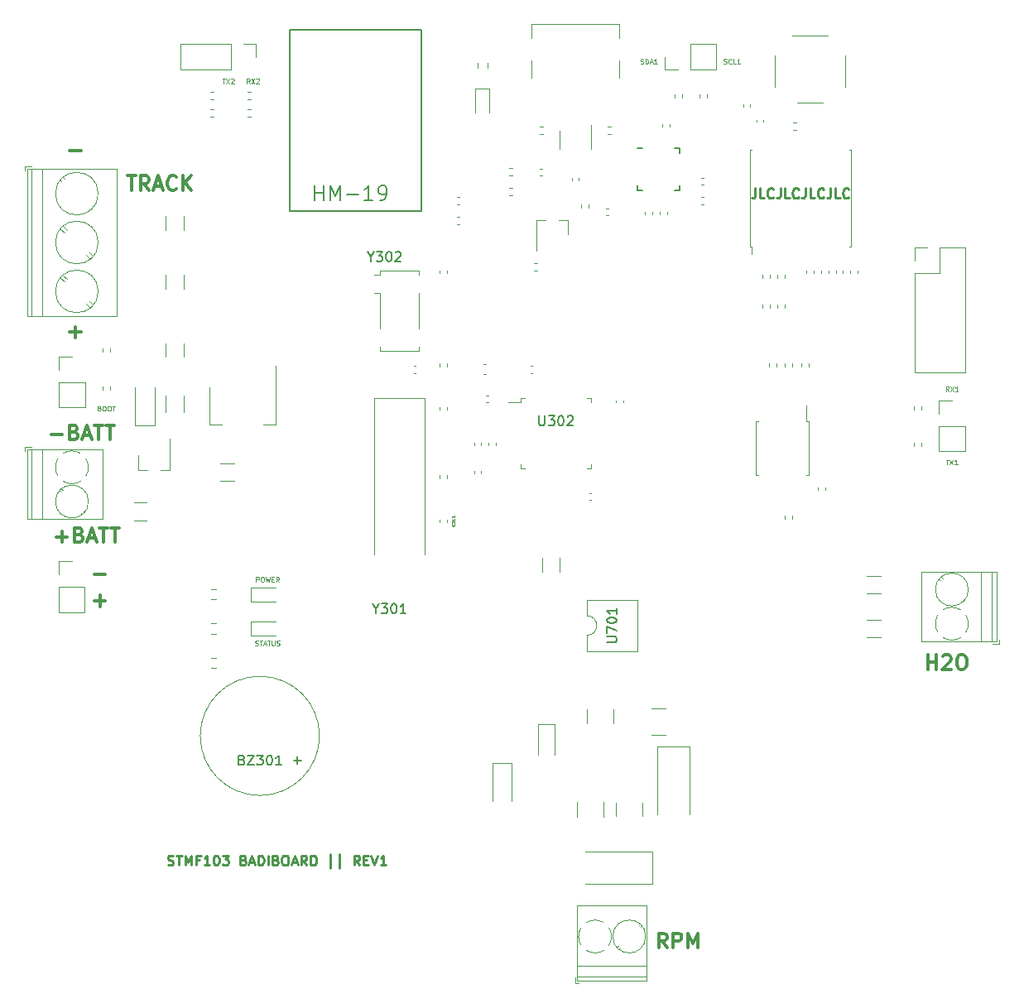
<source format=gbr>
G04 #@! TF.GenerationSoftware,KiCad,Pcbnew,(5.1.9)-1*
G04 #@! TF.CreationDate,2022-01-19T09:07:22+01:00*
G04 #@! TF.ProjectId,STM32F103C8T6,53544d33-3246-4313-9033-433854362e6b,rev?*
G04 #@! TF.SameCoordinates,Original*
G04 #@! TF.FileFunction,Legend,Top*
G04 #@! TF.FilePolarity,Positive*
%FSLAX46Y46*%
G04 Gerber Fmt 4.6, Leading zero omitted, Abs format (unit mm)*
G04 Created by KiCad (PCBNEW (5.1.9)-1) date 2022-01-19 09:07:22*
%MOMM*%
%LPD*%
G01*
G04 APERTURE LIST*
%ADD10C,0.250000*%
%ADD11C,0.125000*%
%ADD12C,0.300000*%
%ADD13C,0.120000*%
%ADD14C,0.150000*%
%ADD15C,0.075000*%
G04 APERTURE END LIST*
D10*
X84808333Y-117654761D02*
X84951190Y-117702380D01*
X85189285Y-117702380D01*
X85284523Y-117654761D01*
X85332142Y-117607142D01*
X85379761Y-117511904D01*
X85379761Y-117416666D01*
X85332142Y-117321428D01*
X85284523Y-117273809D01*
X85189285Y-117226190D01*
X84998809Y-117178571D01*
X84903571Y-117130952D01*
X84855952Y-117083333D01*
X84808333Y-116988095D01*
X84808333Y-116892857D01*
X84855952Y-116797619D01*
X84903571Y-116750000D01*
X84998809Y-116702380D01*
X85236904Y-116702380D01*
X85379761Y-116750000D01*
X85665476Y-116702380D02*
X86236904Y-116702380D01*
X85951190Y-117702380D02*
X85951190Y-116702380D01*
X86570238Y-117702380D02*
X86570238Y-116702380D01*
X86903571Y-117416666D01*
X87236904Y-116702380D01*
X87236904Y-117702380D01*
X88046428Y-117178571D02*
X87713095Y-117178571D01*
X87713095Y-117702380D02*
X87713095Y-116702380D01*
X88189285Y-116702380D01*
X89094047Y-117702380D02*
X88522619Y-117702380D01*
X88808333Y-117702380D02*
X88808333Y-116702380D01*
X88713095Y-116845238D01*
X88617857Y-116940476D01*
X88522619Y-116988095D01*
X89713095Y-116702380D02*
X89808333Y-116702380D01*
X89903571Y-116750000D01*
X89951190Y-116797619D01*
X89998809Y-116892857D01*
X90046428Y-117083333D01*
X90046428Y-117321428D01*
X89998809Y-117511904D01*
X89951190Y-117607142D01*
X89903571Y-117654761D01*
X89808333Y-117702380D01*
X89713095Y-117702380D01*
X89617857Y-117654761D01*
X89570238Y-117607142D01*
X89522619Y-117511904D01*
X89474999Y-117321428D01*
X89474999Y-117083333D01*
X89522619Y-116892857D01*
X89570238Y-116797619D01*
X89617857Y-116750000D01*
X89713095Y-116702380D01*
X90379761Y-116702380D02*
X90998809Y-116702380D01*
X90665476Y-117083333D01*
X90808333Y-117083333D01*
X90903571Y-117130952D01*
X90951190Y-117178571D01*
X90998809Y-117273809D01*
X90998809Y-117511904D01*
X90951190Y-117607142D01*
X90903571Y-117654761D01*
X90808333Y-117702380D01*
X90522619Y-117702380D01*
X90427380Y-117654761D01*
X90379761Y-117607142D01*
X92522619Y-117178571D02*
X92665476Y-117226190D01*
X92713095Y-117273809D01*
X92760714Y-117369047D01*
X92760714Y-117511904D01*
X92713095Y-117607142D01*
X92665476Y-117654761D01*
X92570238Y-117702380D01*
X92189285Y-117702380D01*
X92189285Y-116702380D01*
X92522619Y-116702380D01*
X92617857Y-116750000D01*
X92665476Y-116797619D01*
X92713095Y-116892857D01*
X92713095Y-116988095D01*
X92665476Y-117083333D01*
X92617857Y-117130952D01*
X92522619Y-117178571D01*
X92189285Y-117178571D01*
X93141666Y-117416666D02*
X93617857Y-117416666D01*
X93046428Y-117702380D02*
X93379761Y-116702380D01*
X93713095Y-117702380D01*
X94046428Y-117702380D02*
X94046428Y-116702380D01*
X94284523Y-116702380D01*
X94427380Y-116750000D01*
X94522619Y-116845238D01*
X94570238Y-116940476D01*
X94617857Y-117130952D01*
X94617857Y-117273809D01*
X94570238Y-117464285D01*
X94522619Y-117559523D01*
X94427380Y-117654761D01*
X94284523Y-117702380D01*
X94046428Y-117702380D01*
X95046428Y-117702380D02*
X95046428Y-116702380D01*
X95855952Y-117178571D02*
X95998809Y-117226190D01*
X96046428Y-117273809D01*
X96094047Y-117369047D01*
X96094047Y-117511904D01*
X96046428Y-117607142D01*
X95998809Y-117654761D01*
X95903571Y-117702380D01*
X95522619Y-117702380D01*
X95522619Y-116702380D01*
X95855952Y-116702380D01*
X95951190Y-116750000D01*
X95998809Y-116797619D01*
X96046428Y-116892857D01*
X96046428Y-116988095D01*
X95998809Y-117083333D01*
X95951190Y-117130952D01*
X95855952Y-117178571D01*
X95522619Y-117178571D01*
X96713095Y-116702380D02*
X96903571Y-116702380D01*
X96998809Y-116750000D01*
X97094047Y-116845238D01*
X97141666Y-117035714D01*
X97141666Y-117369047D01*
X97094047Y-117559523D01*
X96998809Y-117654761D01*
X96903571Y-117702380D01*
X96713095Y-117702380D01*
X96617857Y-117654761D01*
X96522619Y-117559523D01*
X96474999Y-117369047D01*
X96474999Y-117035714D01*
X96522619Y-116845238D01*
X96617857Y-116750000D01*
X96713095Y-116702380D01*
X97522619Y-117416666D02*
X97998809Y-117416666D01*
X97427380Y-117702380D02*
X97760714Y-116702380D01*
X98094047Y-117702380D01*
X98998809Y-117702380D02*
X98665476Y-117226190D01*
X98427380Y-117702380D02*
X98427380Y-116702380D01*
X98808333Y-116702380D01*
X98903571Y-116750000D01*
X98951190Y-116797619D01*
X98998809Y-116892857D01*
X98998809Y-117035714D01*
X98951190Y-117130952D01*
X98903571Y-117178571D01*
X98808333Y-117226190D01*
X98427380Y-117226190D01*
X99427380Y-117702380D02*
X99427380Y-116702380D01*
X99665476Y-116702380D01*
X99808333Y-116750000D01*
X99903571Y-116845238D01*
X99951190Y-116940476D01*
X99998809Y-117130952D01*
X99998809Y-117273809D01*
X99951190Y-117464285D01*
X99903571Y-117559523D01*
X99808333Y-117654761D01*
X99665476Y-117702380D01*
X99427380Y-117702380D01*
X101427380Y-118035714D02*
X101427380Y-116607142D01*
X102379761Y-118035714D02*
X102379761Y-116607142D01*
X104427380Y-117702380D02*
X104094047Y-117226190D01*
X103855952Y-117702380D02*
X103855952Y-116702380D01*
X104236904Y-116702380D01*
X104332142Y-116750000D01*
X104379761Y-116797619D01*
X104427380Y-116892857D01*
X104427380Y-117035714D01*
X104379761Y-117130952D01*
X104332142Y-117178571D01*
X104236904Y-117226190D01*
X103855952Y-117226190D01*
X104855952Y-117178571D02*
X105189285Y-117178571D01*
X105332142Y-117702380D02*
X104855952Y-117702380D01*
X104855952Y-116702380D01*
X105332142Y-116702380D01*
X105617857Y-116702380D02*
X105951190Y-117702380D01*
X106284523Y-116702380D01*
X107141666Y-117702380D02*
X106570238Y-117702380D01*
X106855952Y-117702380D02*
X106855952Y-116702380D01*
X106760714Y-116845238D01*
X106665476Y-116940476D01*
X106570238Y-116988095D01*
X144880952Y-48452380D02*
X144880952Y-49166666D01*
X144833333Y-49309523D01*
X144738095Y-49404761D01*
X144595238Y-49452380D01*
X144500000Y-49452380D01*
X145833333Y-49452380D02*
X145357142Y-49452380D01*
X145357142Y-48452380D01*
X146738095Y-49357142D02*
X146690476Y-49404761D01*
X146547619Y-49452380D01*
X146452380Y-49452380D01*
X146309523Y-49404761D01*
X146214285Y-49309523D01*
X146166666Y-49214285D01*
X146119047Y-49023809D01*
X146119047Y-48880952D01*
X146166666Y-48690476D01*
X146214285Y-48595238D01*
X146309523Y-48500000D01*
X146452380Y-48452380D01*
X146547619Y-48452380D01*
X146690476Y-48500000D01*
X146738095Y-48547619D01*
X147452380Y-48452380D02*
X147452380Y-49166666D01*
X147404761Y-49309523D01*
X147309523Y-49404761D01*
X147166666Y-49452380D01*
X147071428Y-49452380D01*
X148404761Y-49452380D02*
X147928571Y-49452380D01*
X147928571Y-48452380D01*
X149309523Y-49357142D02*
X149261904Y-49404761D01*
X149119047Y-49452380D01*
X149023809Y-49452380D01*
X148880952Y-49404761D01*
X148785714Y-49309523D01*
X148738095Y-49214285D01*
X148690476Y-49023809D01*
X148690476Y-48880952D01*
X148738095Y-48690476D01*
X148785714Y-48595238D01*
X148880952Y-48500000D01*
X149023809Y-48452380D01*
X149119047Y-48452380D01*
X149261904Y-48500000D01*
X149309523Y-48547619D01*
X150023809Y-48452380D02*
X150023809Y-49166666D01*
X149976190Y-49309523D01*
X149880952Y-49404761D01*
X149738095Y-49452380D01*
X149642857Y-49452380D01*
X150976190Y-49452380D02*
X150500000Y-49452380D01*
X150500000Y-48452380D01*
X151880952Y-49357142D02*
X151833333Y-49404761D01*
X151690476Y-49452380D01*
X151595238Y-49452380D01*
X151452380Y-49404761D01*
X151357142Y-49309523D01*
X151309523Y-49214285D01*
X151261904Y-49023809D01*
X151261904Y-48880952D01*
X151309523Y-48690476D01*
X151357142Y-48595238D01*
X151452380Y-48500000D01*
X151595238Y-48452380D01*
X151690476Y-48452380D01*
X151833333Y-48500000D01*
X151880952Y-48547619D01*
X152595238Y-48452380D02*
X152595238Y-49166666D01*
X152547619Y-49309523D01*
X152452380Y-49404761D01*
X152309523Y-49452380D01*
X152214285Y-49452380D01*
X153547619Y-49452380D02*
X153071428Y-49452380D01*
X153071428Y-48452380D01*
X154452380Y-49357142D02*
X154404761Y-49404761D01*
X154261904Y-49452380D01*
X154166666Y-49452380D01*
X154023809Y-49404761D01*
X153928571Y-49309523D01*
X153880952Y-49214285D01*
X153833333Y-49023809D01*
X153833333Y-48880952D01*
X153880952Y-48690476D01*
X153928571Y-48595238D01*
X154023809Y-48500000D01*
X154166666Y-48452380D01*
X154261904Y-48452380D01*
X154404761Y-48500000D01*
X154452380Y-48547619D01*
D11*
X93845238Y-88726190D02*
X93845238Y-88226190D01*
X94035714Y-88226190D01*
X94083333Y-88250000D01*
X94107142Y-88273809D01*
X94130952Y-88321428D01*
X94130952Y-88392857D01*
X94107142Y-88440476D01*
X94083333Y-88464285D01*
X94035714Y-88488095D01*
X93845238Y-88488095D01*
X94440476Y-88226190D02*
X94535714Y-88226190D01*
X94583333Y-88250000D01*
X94630952Y-88297619D01*
X94654761Y-88392857D01*
X94654761Y-88559523D01*
X94630952Y-88654761D01*
X94583333Y-88702380D01*
X94535714Y-88726190D01*
X94440476Y-88726190D01*
X94392857Y-88702380D01*
X94345238Y-88654761D01*
X94321428Y-88559523D01*
X94321428Y-88392857D01*
X94345238Y-88297619D01*
X94392857Y-88250000D01*
X94440476Y-88226190D01*
X94821428Y-88226190D02*
X94940476Y-88726190D01*
X95035714Y-88369047D01*
X95130952Y-88726190D01*
X95250000Y-88226190D01*
X95440476Y-88464285D02*
X95607142Y-88464285D01*
X95678571Y-88726190D02*
X95440476Y-88726190D01*
X95440476Y-88226190D01*
X95678571Y-88226190D01*
X96178571Y-88726190D02*
X96011904Y-88488095D01*
X95892857Y-88726190D02*
X95892857Y-88226190D01*
X96083333Y-88226190D01*
X96130952Y-88250000D01*
X96154761Y-88273809D01*
X96178571Y-88321428D01*
X96178571Y-88392857D01*
X96154761Y-88440476D01*
X96130952Y-88464285D01*
X96083333Y-88488095D01*
X95892857Y-88488095D01*
X93761904Y-95202380D02*
X93833333Y-95226190D01*
X93952380Y-95226190D01*
X94000000Y-95202380D01*
X94023809Y-95178571D01*
X94047619Y-95130952D01*
X94047619Y-95083333D01*
X94023809Y-95035714D01*
X94000000Y-95011904D01*
X93952380Y-94988095D01*
X93857142Y-94964285D01*
X93809523Y-94940476D01*
X93785714Y-94916666D01*
X93761904Y-94869047D01*
X93761904Y-94821428D01*
X93785714Y-94773809D01*
X93809523Y-94750000D01*
X93857142Y-94726190D01*
X93976190Y-94726190D01*
X94047619Y-94750000D01*
X94190476Y-94726190D02*
X94476190Y-94726190D01*
X94333333Y-95226190D02*
X94333333Y-94726190D01*
X94619047Y-95083333D02*
X94857142Y-95083333D01*
X94571428Y-95226190D02*
X94738095Y-94726190D01*
X94904761Y-95226190D01*
X95000000Y-94726190D02*
X95285714Y-94726190D01*
X95142857Y-95226190D02*
X95142857Y-94726190D01*
X95452380Y-94726190D02*
X95452380Y-95130952D01*
X95476190Y-95178571D01*
X95500000Y-95202380D01*
X95547619Y-95226190D01*
X95642857Y-95226190D01*
X95690476Y-95202380D01*
X95714285Y-95178571D01*
X95738095Y-95130952D01*
X95738095Y-94726190D01*
X95952380Y-95202380D02*
X96023809Y-95226190D01*
X96142857Y-95226190D01*
X96190476Y-95202380D01*
X96214285Y-95178571D01*
X96238095Y-95130952D01*
X96238095Y-95083333D01*
X96214285Y-95035714D01*
X96190476Y-95011904D01*
X96142857Y-94988095D01*
X96047619Y-94964285D01*
X96000000Y-94940476D01*
X95976190Y-94916666D01*
X95952380Y-94869047D01*
X95952380Y-94821428D01*
X95976190Y-94773809D01*
X96000000Y-94750000D01*
X96047619Y-94726190D01*
X96166666Y-94726190D01*
X96238095Y-94750000D01*
X164678571Y-69226190D02*
X164511904Y-68988095D01*
X164392857Y-69226190D02*
X164392857Y-68726190D01*
X164583333Y-68726190D01*
X164630952Y-68750000D01*
X164654761Y-68773809D01*
X164678571Y-68821428D01*
X164678571Y-68892857D01*
X164654761Y-68940476D01*
X164630952Y-68964285D01*
X164583333Y-68988095D01*
X164392857Y-68988095D01*
X164845238Y-68726190D02*
X165178571Y-69226190D01*
X165178571Y-68726190D02*
X164845238Y-69226190D01*
X165630952Y-69226190D02*
X165345238Y-69226190D01*
X165488095Y-69226190D02*
X165488095Y-68726190D01*
X165440476Y-68797619D01*
X165392857Y-68845238D01*
X165345238Y-68869047D01*
X164380952Y-76226190D02*
X164666666Y-76226190D01*
X164523809Y-76726190D02*
X164523809Y-76226190D01*
X164785714Y-76226190D02*
X165119047Y-76726190D01*
X165119047Y-76226190D02*
X164785714Y-76726190D01*
X165571428Y-76726190D02*
X165285714Y-76726190D01*
X165428571Y-76726190D02*
X165428571Y-76226190D01*
X165380952Y-76297619D01*
X165333333Y-76345238D01*
X165285714Y-76369047D01*
X133154761Y-35702380D02*
X133226190Y-35726190D01*
X133345238Y-35726190D01*
X133392857Y-35702380D01*
X133416666Y-35678571D01*
X133440476Y-35630952D01*
X133440476Y-35583333D01*
X133416666Y-35535714D01*
X133392857Y-35511904D01*
X133345238Y-35488095D01*
X133250000Y-35464285D01*
X133202380Y-35440476D01*
X133178571Y-35416666D01*
X133154761Y-35369047D01*
X133154761Y-35321428D01*
X133178571Y-35273809D01*
X133202380Y-35250000D01*
X133250000Y-35226190D01*
X133369047Y-35226190D01*
X133440476Y-35250000D01*
X133654761Y-35726190D02*
X133654761Y-35226190D01*
X133773809Y-35226190D01*
X133845238Y-35250000D01*
X133892857Y-35297619D01*
X133916666Y-35345238D01*
X133940476Y-35440476D01*
X133940476Y-35511904D01*
X133916666Y-35607142D01*
X133892857Y-35654761D01*
X133845238Y-35702380D01*
X133773809Y-35726190D01*
X133654761Y-35726190D01*
X134130952Y-35583333D02*
X134369047Y-35583333D01*
X134083333Y-35726190D02*
X134250000Y-35226190D01*
X134416666Y-35726190D01*
X134845238Y-35726190D02*
X134559523Y-35726190D01*
X134702380Y-35726190D02*
X134702380Y-35226190D01*
X134654761Y-35297619D01*
X134607142Y-35345238D01*
X134559523Y-35369047D01*
X141666666Y-35702380D02*
X141738095Y-35726190D01*
X141857142Y-35726190D01*
X141904761Y-35702380D01*
X141928571Y-35678571D01*
X141952380Y-35630952D01*
X141952380Y-35583333D01*
X141928571Y-35535714D01*
X141904761Y-35511904D01*
X141857142Y-35488095D01*
X141761904Y-35464285D01*
X141714285Y-35440476D01*
X141690476Y-35416666D01*
X141666666Y-35369047D01*
X141666666Y-35321428D01*
X141690476Y-35273809D01*
X141714285Y-35250000D01*
X141761904Y-35226190D01*
X141880952Y-35226190D01*
X141952380Y-35250000D01*
X142452380Y-35678571D02*
X142428571Y-35702380D01*
X142357142Y-35726190D01*
X142309523Y-35726190D01*
X142238095Y-35702380D01*
X142190476Y-35654761D01*
X142166666Y-35607142D01*
X142142857Y-35511904D01*
X142142857Y-35440476D01*
X142166666Y-35345238D01*
X142190476Y-35297619D01*
X142238095Y-35250000D01*
X142309523Y-35226190D01*
X142357142Y-35226190D01*
X142428571Y-35250000D01*
X142452380Y-35273809D01*
X142904761Y-35726190D02*
X142666666Y-35726190D01*
X142666666Y-35226190D01*
X143333333Y-35726190D02*
X143047619Y-35726190D01*
X143190476Y-35726190D02*
X143190476Y-35226190D01*
X143142857Y-35297619D01*
X143095238Y-35345238D01*
X143047619Y-35369047D01*
X90380952Y-37226190D02*
X90666666Y-37226190D01*
X90523809Y-37726190D02*
X90523809Y-37226190D01*
X90785714Y-37226190D02*
X91119047Y-37726190D01*
X91119047Y-37226190D02*
X90785714Y-37726190D01*
X91285714Y-37273809D02*
X91309523Y-37250000D01*
X91357142Y-37226190D01*
X91476190Y-37226190D01*
X91523809Y-37250000D01*
X91547619Y-37273809D01*
X91571428Y-37321428D01*
X91571428Y-37369047D01*
X91547619Y-37440476D01*
X91261904Y-37726190D01*
X91571428Y-37726190D01*
X93178571Y-37726190D02*
X93011904Y-37488095D01*
X92892857Y-37726190D02*
X92892857Y-37226190D01*
X93083333Y-37226190D01*
X93130952Y-37250000D01*
X93154761Y-37273809D01*
X93178571Y-37321428D01*
X93178571Y-37392857D01*
X93154761Y-37440476D01*
X93130952Y-37464285D01*
X93083333Y-37488095D01*
X92892857Y-37488095D01*
X93345238Y-37226190D02*
X93678571Y-37726190D01*
X93678571Y-37226190D02*
X93345238Y-37726190D01*
X93845238Y-37273809D02*
X93869047Y-37250000D01*
X93916666Y-37226190D01*
X94035714Y-37226190D01*
X94083333Y-37250000D01*
X94107142Y-37273809D01*
X94130952Y-37321428D01*
X94130952Y-37369047D01*
X94107142Y-37440476D01*
X93821428Y-37726190D01*
X94130952Y-37726190D01*
D12*
X135857142Y-126178571D02*
X135357142Y-125464285D01*
X135000000Y-126178571D02*
X135000000Y-124678571D01*
X135571428Y-124678571D01*
X135714285Y-124750000D01*
X135785714Y-124821428D01*
X135857142Y-124964285D01*
X135857142Y-125178571D01*
X135785714Y-125321428D01*
X135714285Y-125392857D01*
X135571428Y-125464285D01*
X135000000Y-125464285D01*
X136500000Y-126178571D02*
X136500000Y-124678571D01*
X137071428Y-124678571D01*
X137214285Y-124750000D01*
X137285714Y-124821428D01*
X137357142Y-124964285D01*
X137357142Y-125178571D01*
X137285714Y-125321428D01*
X137214285Y-125392857D01*
X137071428Y-125464285D01*
X136500000Y-125464285D01*
X138000000Y-126178571D02*
X138000000Y-124678571D01*
X138500000Y-125750000D01*
X139000000Y-124678571D01*
X139000000Y-126178571D01*
X162571428Y-97678571D02*
X162571428Y-96178571D01*
X162571428Y-96892857D02*
X163428571Y-96892857D01*
X163428571Y-97678571D02*
X163428571Y-96178571D01*
X164071428Y-96321428D02*
X164142857Y-96250000D01*
X164285714Y-96178571D01*
X164642857Y-96178571D01*
X164785714Y-96250000D01*
X164857142Y-96321428D01*
X164928571Y-96464285D01*
X164928571Y-96607142D01*
X164857142Y-96821428D01*
X164000000Y-97678571D01*
X164928571Y-97678571D01*
X165857142Y-96178571D02*
X166142857Y-96178571D01*
X166285714Y-96250000D01*
X166428571Y-96392857D01*
X166500000Y-96678571D01*
X166500000Y-97178571D01*
X166428571Y-97464285D01*
X166285714Y-97607142D01*
X166142857Y-97678571D01*
X165857142Y-97678571D01*
X165714285Y-97607142D01*
X165571428Y-97464285D01*
X165500000Y-97178571D01*
X165500000Y-96678571D01*
X165571428Y-96392857D01*
X165714285Y-96250000D01*
X165857142Y-96178571D01*
X74778571Y-63182142D02*
X75921428Y-63182142D01*
X75350000Y-63753571D02*
X75350000Y-62610714D01*
X74768571Y-44607142D02*
X75911428Y-44607142D01*
X80678571Y-47178571D02*
X81535714Y-47178571D01*
X81107142Y-48678571D02*
X81107142Y-47178571D01*
X82892857Y-48678571D02*
X82392857Y-47964285D01*
X82035714Y-48678571D02*
X82035714Y-47178571D01*
X82607142Y-47178571D01*
X82750000Y-47250000D01*
X82821428Y-47321428D01*
X82892857Y-47464285D01*
X82892857Y-47678571D01*
X82821428Y-47821428D01*
X82750000Y-47892857D01*
X82607142Y-47964285D01*
X82035714Y-47964285D01*
X83464285Y-48250000D02*
X84178571Y-48250000D01*
X83321428Y-48678571D02*
X83821428Y-47178571D01*
X84321428Y-48678571D01*
X85678571Y-48535714D02*
X85607142Y-48607142D01*
X85392857Y-48678571D01*
X85250000Y-48678571D01*
X85035714Y-48607142D01*
X84892857Y-48464285D01*
X84821428Y-48321428D01*
X84750000Y-48035714D01*
X84750000Y-47821428D01*
X84821428Y-47535714D01*
X84892857Y-47392857D01*
X85035714Y-47250000D01*
X85250000Y-47178571D01*
X85392857Y-47178571D01*
X85607142Y-47250000D01*
X85678571Y-47321428D01*
X86321428Y-48678571D02*
X86321428Y-47178571D01*
X87178571Y-48678571D02*
X86535714Y-47821428D01*
X87178571Y-47178571D02*
X86321428Y-48035714D01*
D11*
X77821428Y-70964285D02*
X77892857Y-70988095D01*
X77916666Y-71011904D01*
X77940476Y-71059523D01*
X77940476Y-71130952D01*
X77916666Y-71178571D01*
X77892857Y-71202380D01*
X77845238Y-71226190D01*
X77654761Y-71226190D01*
X77654761Y-70726190D01*
X77821428Y-70726190D01*
X77869047Y-70750000D01*
X77892857Y-70773809D01*
X77916666Y-70821428D01*
X77916666Y-70869047D01*
X77892857Y-70916666D01*
X77869047Y-70940476D01*
X77821428Y-70964285D01*
X77654761Y-70964285D01*
X78250000Y-70726190D02*
X78345238Y-70726190D01*
X78392857Y-70750000D01*
X78440476Y-70797619D01*
X78464285Y-70892857D01*
X78464285Y-71059523D01*
X78440476Y-71154761D01*
X78392857Y-71202380D01*
X78345238Y-71226190D01*
X78250000Y-71226190D01*
X78202380Y-71202380D01*
X78154761Y-71154761D01*
X78130952Y-71059523D01*
X78130952Y-70892857D01*
X78154761Y-70797619D01*
X78202380Y-70750000D01*
X78250000Y-70726190D01*
X78773809Y-70726190D02*
X78869047Y-70726190D01*
X78916666Y-70750000D01*
X78964285Y-70797619D01*
X78988095Y-70892857D01*
X78988095Y-71059523D01*
X78964285Y-71154761D01*
X78916666Y-71202380D01*
X78869047Y-71226190D01*
X78773809Y-71226190D01*
X78726190Y-71202380D01*
X78678571Y-71154761D01*
X78654761Y-71059523D01*
X78654761Y-70892857D01*
X78678571Y-70797619D01*
X78726190Y-70750000D01*
X78773809Y-70726190D01*
X79130952Y-70726190D02*
X79416666Y-70726190D01*
X79273809Y-71226190D02*
X79273809Y-70726190D01*
D12*
X72892857Y-73607142D02*
X74035714Y-73607142D01*
X75250000Y-73392857D02*
X75464285Y-73464285D01*
X75535714Y-73535714D01*
X75607142Y-73678571D01*
X75607142Y-73892857D01*
X75535714Y-74035714D01*
X75464285Y-74107142D01*
X75321428Y-74178571D01*
X74750000Y-74178571D01*
X74750000Y-72678571D01*
X75250000Y-72678571D01*
X75392857Y-72750000D01*
X75464285Y-72821428D01*
X75535714Y-72964285D01*
X75535714Y-73107142D01*
X75464285Y-73250000D01*
X75392857Y-73321428D01*
X75250000Y-73392857D01*
X74750000Y-73392857D01*
X76178571Y-73750000D02*
X76892857Y-73750000D01*
X76035714Y-74178571D02*
X76535714Y-72678571D01*
X77035714Y-74178571D01*
X77321428Y-72678571D02*
X78178571Y-72678571D01*
X77750000Y-74178571D02*
X77750000Y-72678571D01*
X78464285Y-72678571D02*
X79321428Y-72678571D01*
X78892857Y-74178571D02*
X78892857Y-72678571D01*
X73392857Y-84107142D02*
X74535714Y-84107142D01*
X73964285Y-84678571D02*
X73964285Y-83535714D01*
X75750000Y-83892857D02*
X75964285Y-83964285D01*
X76035714Y-84035714D01*
X76107142Y-84178571D01*
X76107142Y-84392857D01*
X76035714Y-84535714D01*
X75964285Y-84607142D01*
X75821428Y-84678571D01*
X75250000Y-84678571D01*
X75250000Y-83178571D01*
X75750000Y-83178571D01*
X75892857Y-83250000D01*
X75964285Y-83321428D01*
X76035714Y-83464285D01*
X76035714Y-83607142D01*
X75964285Y-83750000D01*
X75892857Y-83821428D01*
X75750000Y-83892857D01*
X75250000Y-83892857D01*
X76678571Y-84250000D02*
X77392857Y-84250000D01*
X76535714Y-84678571D02*
X77035714Y-83178571D01*
X77535714Y-84678571D01*
X77821428Y-83178571D02*
X78678571Y-83178571D01*
X78250000Y-84678571D02*
X78250000Y-83178571D01*
X78964285Y-83178571D02*
X79821428Y-83178571D01*
X79392857Y-84678571D02*
X79392857Y-83178571D01*
X77278571Y-90682142D02*
X78421428Y-90682142D01*
X77850000Y-91253571D02*
X77850000Y-90110714D01*
X77268571Y-87927142D02*
X78411428Y-87927142D01*
D13*
X130167621Y-42120000D02*
X129832379Y-42120000D01*
X130167621Y-42880000D02*
X129832379Y-42880000D01*
X122832379Y-42880000D02*
X123167621Y-42880000D01*
X122832379Y-42120000D02*
X123167621Y-42120000D01*
X130970000Y-37170000D02*
X130970000Y-35370000D01*
X130970000Y-31660000D02*
X130970000Y-33120000D01*
X122030000Y-31660000D02*
X122030000Y-33120000D01*
X122030000Y-37170000D02*
X122030000Y-35370000D01*
X122030000Y-31660000D02*
X130970000Y-31660000D01*
X124350000Y-103250000D02*
X122650000Y-103250000D01*
X122650000Y-103250000D02*
X122650000Y-106400000D01*
X124350000Y-103250000D02*
X124350000Y-106400000D01*
X138150000Y-105600000D02*
X134850000Y-105600000D01*
X134850000Y-105600000D02*
X134850000Y-112500000D01*
X138150000Y-105600000D02*
X138150000Y-112500000D01*
X134400000Y-119650000D02*
X134400000Y-116350000D01*
X134400000Y-116350000D02*
X127500000Y-116350000D01*
X134400000Y-119650000D02*
X127500000Y-119650000D01*
X125690000Y-51690000D02*
X125690000Y-53150000D01*
X122530000Y-51690000D02*
X122530000Y-54850000D01*
X122530000Y-51690000D02*
X123460000Y-51690000D01*
X125690000Y-51690000D02*
X124760000Y-51690000D01*
X81820000Y-77260000D02*
X81820000Y-75800000D01*
X84980000Y-77260000D02*
X84980000Y-74100000D01*
X84980000Y-77260000D02*
X84050000Y-77260000D01*
X81820000Y-77260000D02*
X82750000Y-77260000D01*
X111050000Y-85900000D02*
X111050000Y-69925000D01*
X111050000Y-69925000D02*
X105950000Y-69925000D01*
X105950000Y-69925000D02*
X105950000Y-85900000D01*
X110510000Y-59200000D02*
X110510000Y-62800000D01*
X106490000Y-59200000D02*
X106490000Y-62800000D01*
X110510000Y-56900000D02*
X106490000Y-56900000D01*
X106490000Y-56900000D02*
X106490000Y-57300000D01*
X110510000Y-65100000D02*
X106490000Y-65100000D01*
X105900000Y-57300000D02*
X106490000Y-57300000D01*
X106490000Y-59200000D02*
X105900000Y-59200000D01*
X110510000Y-56900000D02*
X110510000Y-57300000D01*
X110510000Y-65100000D02*
X110510000Y-64700000D01*
X106490000Y-65100000D02*
X106490000Y-64700000D01*
X120067621Y-47170000D02*
X119732379Y-47170000D01*
X120067621Y-46410000D02*
X119732379Y-46410000D01*
X127840000Y-50082379D02*
X127840000Y-50417621D01*
X127080000Y-50082379D02*
X127080000Y-50417621D01*
X122871665Y-46440000D02*
X123103335Y-46440000D01*
X122871665Y-47160000D02*
X123103335Y-47160000D01*
X129664165Y-50490000D02*
X129895835Y-50490000D01*
X129664165Y-51210000D02*
X129895835Y-51210000D01*
X124910000Y-87727064D02*
X124910000Y-86272936D01*
X123090000Y-87727064D02*
X123090000Y-86272936D01*
X127645000Y-101776263D02*
X127645000Y-103223737D01*
X130355000Y-101776263D02*
X130355000Y-103223737D01*
X126645000Y-111276263D02*
X126645000Y-112723737D01*
X129355000Y-111276263D02*
X129355000Y-112723737D01*
X134246263Y-104345000D02*
X135693737Y-104345000D01*
X134246263Y-101635000D02*
X135693737Y-101635000D01*
X84590000Y-57288748D02*
X84590000Y-58711252D01*
X86410000Y-57288748D02*
X86410000Y-58711252D01*
X130640000Y-111288748D02*
X130640000Y-112711252D01*
X133360000Y-111288748D02*
X133360000Y-112711252D01*
X156288748Y-94410000D02*
X157711252Y-94410000D01*
X156288748Y-92590000D02*
X157711252Y-92590000D01*
X148732379Y-42490000D02*
X149067621Y-42490000D01*
X148732379Y-41730000D02*
X149067621Y-41730000D01*
X147880000Y-57667621D02*
X147880000Y-57332379D01*
X147120000Y-57667621D02*
X147120000Y-57332379D01*
X146380000Y-57667621D02*
X146380000Y-57332379D01*
X145620000Y-57667621D02*
X145620000Y-57332379D01*
X156272936Y-89910000D02*
X157727064Y-89910000D01*
X156272936Y-88090000D02*
X157727064Y-88090000D01*
X86410000Y-52727064D02*
X86410000Y-51272936D01*
X84590000Y-52727064D02*
X84590000Y-51272936D01*
X84590000Y-69664758D02*
X84590000Y-71335242D01*
X86410000Y-69664758D02*
X86410000Y-71335242D01*
X144360000Y-40100200D02*
X144360000Y-39899800D01*
X143640000Y-40100200D02*
X143640000Y-39899800D01*
X116860000Y-77600200D02*
X116860000Y-77399800D01*
X116140000Y-77600200D02*
X116140000Y-77399800D01*
X86410000Y-65711252D02*
X86410000Y-64288748D01*
X84590000Y-65711252D02*
X84590000Y-64288748D01*
X91611252Y-78385000D02*
X90188748Y-78385000D01*
X91611252Y-76565000D02*
X90188748Y-76565000D01*
X117346267Y-66480000D02*
X117053733Y-66480000D01*
X117346267Y-67500000D02*
X117053733Y-67500000D01*
X117615835Y-69640000D02*
X117384165Y-69640000D01*
X117615835Y-70360000D02*
X117384165Y-70360000D01*
X121884165Y-66640000D02*
X122115835Y-66640000D01*
X121884165Y-67360000D02*
X122115835Y-67360000D01*
X130640000Y-70134165D02*
X130640000Y-70365835D01*
X131360000Y-70134165D02*
X131360000Y-70365835D01*
X128135835Y-80360000D02*
X127904165Y-80360000D01*
X128135835Y-79640000D02*
X127904165Y-79640000D01*
X116860000Y-74715835D02*
X116860000Y-74484165D01*
X116140000Y-74715835D02*
X116140000Y-74484165D01*
X117640000Y-74715835D02*
X117640000Y-74484165D01*
X118360000Y-74715835D02*
X118360000Y-74484165D01*
X152050000Y-79094165D02*
X152050000Y-79325835D01*
X151330000Y-79094165D02*
X151330000Y-79325835D01*
X113360000Y-71115835D02*
X113360000Y-70884165D01*
X112640000Y-71115835D02*
X112640000Y-70884165D01*
X113360000Y-57115835D02*
X113360000Y-56884165D01*
X112640000Y-57115835D02*
X112640000Y-56884165D01*
X113360000Y-82384165D02*
X113360000Y-82615835D01*
X112640000Y-82384165D02*
X112640000Y-82615835D01*
X110185835Y-67360000D02*
X109954165Y-67360000D01*
X110185835Y-66640000D02*
X109954165Y-66640000D01*
X126860000Y-47384165D02*
X126860000Y-47615835D01*
X126140000Y-47384165D02*
X126140000Y-47615835D01*
X139384165Y-50100000D02*
X139615835Y-50100000D01*
X139384165Y-49380000D02*
X139615835Y-49380000D01*
X134360000Y-50884165D02*
X134360000Y-51115835D01*
X133640000Y-50884165D02*
X133640000Y-51115835D01*
X139384165Y-48100000D02*
X139615835Y-48100000D01*
X139384165Y-47380000D02*
X139615835Y-47380000D01*
X135860000Y-50884165D02*
X135860000Y-51115835D01*
X135140000Y-50884165D02*
X135140000Y-51115835D01*
X136110000Y-42115835D02*
X136110000Y-41884165D01*
X135390000Y-42115835D02*
X135390000Y-41884165D01*
X114384165Y-49380000D02*
X114615835Y-49380000D01*
X114384165Y-50100000D02*
X114615835Y-50100000D01*
X114384165Y-52100000D02*
X114615835Y-52100000D01*
X114384165Y-51380000D02*
X114615835Y-51380000D01*
X154640000Y-56884165D02*
X154640000Y-57115835D01*
X155360000Y-56884165D02*
X155360000Y-57115835D01*
X150860000Y-56884165D02*
X150860000Y-57115835D01*
X150140000Y-56884165D02*
X150140000Y-57115835D01*
X151640000Y-56884165D02*
X151640000Y-57115835D01*
X152360000Y-56884165D02*
X152360000Y-57115835D01*
X153860000Y-56884165D02*
X153860000Y-57115835D01*
X153140000Y-56884165D02*
X153140000Y-57115835D01*
X145750000Y-41665835D02*
X145750000Y-41434165D01*
X145030000Y-41665835D02*
X145030000Y-41434165D01*
X81450000Y-72750000D02*
X83450000Y-72750000D01*
X83450000Y-72750000D02*
X83450000Y-68850000D01*
X81450000Y-72750000D02*
X81450000Y-68850000D01*
X95800000Y-89265000D02*
X93340000Y-89265000D01*
X93340000Y-89265000D02*
X93340000Y-90735000D01*
X93340000Y-90735000D02*
X95800000Y-90735000D01*
X93340000Y-94235000D02*
X95800000Y-94235000D01*
X93340000Y-92765000D02*
X93340000Y-94235000D01*
X95800000Y-92765000D02*
X93340000Y-92765000D01*
X116255000Y-38220000D02*
X116255000Y-40680000D01*
X117725000Y-38220000D02*
X116255000Y-38220000D01*
X117725000Y-40680000D02*
X117725000Y-38220000D01*
X120000000Y-107250000D02*
X120000000Y-111150000D01*
X118000000Y-107250000D02*
X118000000Y-111150000D01*
X120000000Y-107250000D02*
X118000000Y-107250000D01*
X82602064Y-80590000D02*
X81397936Y-80590000D01*
X82602064Y-82410000D02*
X81397936Y-82410000D01*
X73670000Y-65670000D02*
X75000000Y-65670000D01*
X73670000Y-67000000D02*
X73670000Y-65670000D01*
X73670000Y-68270000D02*
X76330000Y-68270000D01*
X76330000Y-68270000D02*
X76330000Y-70870000D01*
X73670000Y-68270000D02*
X73670000Y-70870000D01*
X73670000Y-70870000D02*
X76330000Y-70870000D01*
X70200000Y-74950000D02*
X70200000Y-75350000D01*
X70840000Y-74950000D02*
X70200000Y-74950000D01*
X74059000Y-79355000D02*
X73931000Y-79226000D01*
X76275000Y-81570000D02*
X76181000Y-81476000D01*
X73819000Y-79525000D02*
X73726000Y-79431000D01*
X76069000Y-81775000D02*
X75941000Y-81646000D01*
X78160000Y-82310000D02*
X70440000Y-82310000D01*
X78160000Y-75190000D02*
X70440000Y-75190000D01*
X70440000Y-75190000D02*
X70440000Y-82310000D01*
X78160000Y-75190000D02*
X78160000Y-82310000D01*
X72000000Y-75190000D02*
X72000000Y-82310000D01*
X70900000Y-75190000D02*
X70900000Y-82310000D01*
X76680000Y-80500000D02*
G75*
G03*
X76680000Y-80500000I-1680000J0D01*
G01*
X73575279Y-77890264D02*
G75*
G02*
X73320000Y-77000000I1424721J890264D01*
G01*
X75890193Y-78425505D02*
G75*
G02*
X74109000Y-78425000I-890193J1425505D01*
G01*
X76425358Y-76110106D02*
G75*
G02*
X76440000Y-77866000I-1425358J-889894D01*
G01*
X74110106Y-75574642D02*
G75*
G02*
X75866000Y-75560000I889894J-1425358D01*
G01*
X73319901Y-77028674D02*
G75*
G02*
X73560000Y-76134000I1680099J28674D01*
G01*
X140870000Y-36330000D02*
X140870000Y-33670000D01*
X138270000Y-36330000D02*
X140870000Y-36330000D01*
X138270000Y-33670000D02*
X140870000Y-33670000D01*
X138270000Y-36330000D02*
X138270000Y-33670000D01*
X137000000Y-36330000D02*
X135670000Y-36330000D01*
X135670000Y-36330000D02*
X135670000Y-35000000D01*
X169800000Y-95050000D02*
X169800000Y-94650000D01*
X169160000Y-95050000D02*
X169800000Y-95050000D01*
X165941000Y-90645000D02*
X166069000Y-90774000D01*
X163725000Y-88430000D02*
X163819000Y-88524000D01*
X166181000Y-90475000D02*
X166274000Y-90569000D01*
X163931000Y-88225000D02*
X164059000Y-88354000D01*
X161840000Y-87690000D02*
X169560000Y-87690000D01*
X161840000Y-94810000D02*
X169560000Y-94810000D01*
X169560000Y-94810000D02*
X169560000Y-87690000D01*
X161840000Y-94810000D02*
X161840000Y-87690000D01*
X168000000Y-94810000D02*
X168000000Y-87690000D01*
X169100000Y-94810000D02*
X169100000Y-87690000D01*
X166680000Y-89500000D02*
G75*
G03*
X166680000Y-89500000I-1680000J0D01*
G01*
X166424721Y-92109736D02*
G75*
G02*
X166680000Y-93000000I-1424721J-890264D01*
G01*
X164109807Y-91574495D02*
G75*
G02*
X165891000Y-91575000I890193J-1425505D01*
G01*
X163574642Y-93889894D02*
G75*
G02*
X163560000Y-92134000I1425358J889894D01*
G01*
X165889894Y-94425358D02*
G75*
G02*
X164134000Y-94440000I-889894J1425358D01*
G01*
X166680099Y-92971326D02*
G75*
G02*
X166440000Y-93866000I-1680099J-28674D01*
G01*
X161170000Y-54510000D02*
X162500000Y-54510000D01*
X161170000Y-55840000D02*
X161170000Y-54510000D01*
X163770000Y-54510000D02*
X166370000Y-54510000D01*
X163770000Y-57110000D02*
X163770000Y-54510000D01*
X161170000Y-57110000D02*
X163770000Y-57110000D01*
X166370000Y-54510000D02*
X166370000Y-67330000D01*
X161170000Y-57110000D02*
X161170000Y-67330000D01*
X161170000Y-67330000D02*
X166370000Y-67330000D01*
X163670000Y-70170000D02*
X165000000Y-70170000D01*
X163670000Y-71500000D02*
X163670000Y-70170000D01*
X163670000Y-72770000D02*
X166330000Y-72770000D01*
X166330000Y-72770000D02*
X166330000Y-75370000D01*
X163670000Y-72770000D02*
X163670000Y-75370000D01*
X163670000Y-75370000D02*
X166330000Y-75370000D01*
X70200000Y-46200000D02*
X70200000Y-46600000D01*
X70840000Y-46200000D02*
X70200000Y-46200000D01*
X74508000Y-57742000D02*
X74112000Y-57347000D01*
X77154000Y-60388000D02*
X76774000Y-60008000D01*
X74226000Y-57993000D02*
X73846000Y-57613000D01*
X76888000Y-60654000D02*
X76492000Y-60259000D01*
X74508000Y-52742000D02*
X74112000Y-52347000D01*
X77154000Y-55388000D02*
X76774000Y-55008000D01*
X74226000Y-52993000D02*
X73846000Y-52613000D01*
X76888000Y-55654000D02*
X76492000Y-55259000D01*
X74219000Y-47452000D02*
X74112000Y-47346000D01*
X77154000Y-50388000D02*
X77047000Y-50281000D01*
X73953000Y-47718000D02*
X73846000Y-47612000D01*
X76888000Y-50654000D02*
X76781000Y-50547000D01*
X79560000Y-61560000D02*
X70440000Y-61560000D01*
X79560000Y-46440000D02*
X70440000Y-46440000D01*
X70440000Y-46440000D02*
X70440000Y-61560000D01*
X79560000Y-46440000D02*
X79560000Y-61560000D01*
X72000000Y-46440000D02*
X72000000Y-61560000D01*
X70900000Y-46440000D02*
X70900000Y-61560000D01*
X77680000Y-59000000D02*
G75*
G03*
X77680000Y-59000000I-2180000J0D01*
G01*
X77680000Y-54000000D02*
G75*
G03*
X77680000Y-54000000I-2180000J0D01*
G01*
X77680000Y-49000000D02*
G75*
G03*
X77680000Y-49000000I-2180000J0D01*
G01*
X93830000Y-33670000D02*
X93830000Y-35000000D01*
X92500000Y-33670000D02*
X93830000Y-33670000D01*
X91230000Y-33670000D02*
X91230000Y-36330000D01*
X91230000Y-36330000D02*
X86090000Y-36330000D01*
X91230000Y-33670000D02*
X86090000Y-33670000D01*
X86090000Y-33670000D02*
X86090000Y-36330000D01*
X133680000Y-125000000D02*
G75*
G03*
X133680000Y-125000000I-1680000J0D01*
G01*
X126690000Y-129100000D02*
X133810000Y-129100000D01*
X126690000Y-128000000D02*
X133810000Y-128000000D01*
X126690000Y-121840000D02*
X133810000Y-121840000D01*
X126690000Y-129560000D02*
X133810000Y-129560000D01*
X126690000Y-121840000D02*
X126690000Y-129560000D01*
X133810000Y-121840000D02*
X133810000Y-129560000D01*
X133275000Y-123931000D02*
X133146000Y-124059000D01*
X131025000Y-126181000D02*
X130931000Y-126274000D01*
X133070000Y-123725000D02*
X132976000Y-123819000D01*
X130855000Y-125941000D02*
X130726000Y-126069000D01*
X126450000Y-129160000D02*
X126450000Y-129800000D01*
X126450000Y-129800000D02*
X126850000Y-129800000D01*
X128528674Y-126680099D02*
G75*
G02*
X127634000Y-126440000I-28674J1680099D01*
G01*
X127074642Y-125889894D02*
G75*
G02*
X127060000Y-124134000I1425358J889894D01*
G01*
X127610106Y-123574642D02*
G75*
G02*
X129366000Y-123560000I889894J-1425358D01*
G01*
X129925505Y-124109807D02*
G75*
G02*
X129925000Y-125891000I-1425505J-890193D01*
G01*
X129390264Y-126424721D02*
G75*
G02*
X128500000Y-126680000I-890264J1424721D01*
G01*
X73645000Y-91820000D02*
X76305000Y-91820000D01*
X73645000Y-89220000D02*
X73645000Y-91820000D01*
X76305000Y-89220000D02*
X76305000Y-91820000D01*
X73645000Y-89220000D02*
X76305000Y-89220000D01*
X73645000Y-87950000D02*
X73645000Y-86620000D01*
X73645000Y-86620000D02*
X74975000Y-86620000D01*
X89754724Y-89477500D02*
X89245276Y-89477500D01*
X89754724Y-90522500D02*
X89245276Y-90522500D01*
X136620000Y-38832379D02*
X136620000Y-39167621D01*
X137380000Y-38832379D02*
X137380000Y-39167621D01*
X139920000Y-38832379D02*
X139920000Y-39167621D01*
X139160000Y-38832379D02*
X139160000Y-39167621D01*
X161880000Y-71067621D02*
X161880000Y-70732379D01*
X161120000Y-71067621D02*
X161120000Y-70732379D01*
X161120000Y-74472379D02*
X161120000Y-74807621D01*
X161880000Y-74472379D02*
X161880000Y-74807621D01*
X113380000Y-78167621D02*
X113380000Y-77832379D01*
X112620000Y-78167621D02*
X112620000Y-77832379D01*
X92932379Y-39380000D02*
X93267621Y-39380000D01*
X92932379Y-38620000D02*
X93267621Y-38620000D01*
X112620000Y-66332379D02*
X112620000Y-66667621D01*
X113380000Y-66332379D02*
X113380000Y-66667621D01*
X89527621Y-39380000D02*
X89192379Y-39380000D01*
X89527621Y-38620000D02*
X89192379Y-38620000D01*
X147120000Y-60332379D02*
X147120000Y-60667621D01*
X147880000Y-60332379D02*
X147880000Y-60667621D01*
X146380000Y-60332379D02*
X146380000Y-60667621D01*
X145620000Y-60332379D02*
X145620000Y-60667621D01*
X89245276Y-92977500D02*
X89754724Y-92977500D01*
X89245276Y-94022500D02*
X89754724Y-94022500D01*
X89245276Y-96477500D02*
X89754724Y-96477500D01*
X89245276Y-97522500D02*
X89754724Y-97522500D01*
X148700000Y-66717621D02*
X148700000Y-66382379D01*
X147940000Y-66717621D02*
X147940000Y-66382379D01*
X149600000Y-66717621D02*
X149600000Y-66382379D01*
X150360000Y-66717621D02*
X150360000Y-66382379D01*
X147930000Y-81982379D02*
X147930000Y-82317621D01*
X148690000Y-81982379D02*
X148690000Y-82317621D01*
X146300000Y-66717621D02*
X146300000Y-66382379D01*
X147060000Y-66717621D02*
X147060000Y-66382379D01*
X78880000Y-68772379D02*
X78880000Y-69107621D01*
X78120000Y-68772379D02*
X78120000Y-69107621D01*
X78880000Y-64832379D02*
X78880000Y-65167621D01*
X78120000Y-64832379D02*
X78120000Y-65167621D01*
X120067621Y-49180000D02*
X119732379Y-49180000D01*
X120067621Y-48420000D02*
X119732379Y-48420000D01*
X122272379Y-56880000D02*
X122607621Y-56880000D01*
X122272379Y-56120000D02*
X122607621Y-56120000D01*
X92932379Y-40370000D02*
X93267621Y-40370000D01*
X92932379Y-41130000D02*
X93267621Y-41130000D01*
X89527621Y-40370000D02*
X89192379Y-40370000D01*
X89527621Y-41130000D02*
X89192379Y-41130000D01*
X116467500Y-35625276D02*
X116467500Y-36134724D01*
X117512500Y-35625276D02*
X117512500Y-36134724D01*
X95860000Y-66600000D02*
X95860000Y-72610000D01*
X89040000Y-68850000D02*
X89040000Y-72610000D01*
X95860000Y-72610000D02*
X94600000Y-72610000D01*
X89040000Y-72610000D02*
X90300000Y-72610000D01*
X150145000Y-72325000D02*
X150145000Y-70650000D01*
X150405000Y-72325000D02*
X150145000Y-72325000D01*
X150405000Y-75050000D02*
X150405000Y-72325000D01*
X150405000Y-77775000D02*
X150145000Y-77775000D01*
X150405000Y-75050000D02*
X150405000Y-77775000D01*
X144955000Y-72325000D02*
X145215000Y-72325000D01*
X144955000Y-75050000D02*
X144955000Y-72325000D01*
X144955000Y-77775000D02*
X145215000Y-77775000D01*
X144955000Y-75050000D02*
X144955000Y-77775000D01*
X120890000Y-70340000D02*
X119600000Y-70340000D01*
X120890000Y-69890000D02*
X120890000Y-70340000D01*
X121340000Y-69890000D02*
X120890000Y-69890000D01*
X128110000Y-69890000D02*
X128110000Y-70340000D01*
X127660000Y-69890000D02*
X128110000Y-69890000D01*
X120890000Y-77110000D02*
X120890000Y-76660000D01*
X121340000Y-77110000D02*
X120890000Y-77110000D01*
X128110000Y-77110000D02*
X128110000Y-76660000D01*
X127660000Y-77110000D02*
X128110000Y-77110000D01*
X128110000Y-44400000D02*
X128110000Y-41950000D01*
X124890000Y-42600000D02*
X124890000Y-44400000D01*
D14*
X137150000Y-44350000D02*
X136625000Y-44350000D01*
X137150000Y-48650000D02*
X136625000Y-48650000D01*
X132850000Y-48650000D02*
X133375000Y-48650000D01*
X132850000Y-44350000D02*
X133375000Y-44350000D01*
X137150000Y-48650000D02*
X137150000Y-48125000D01*
X132850000Y-48650000D02*
X132850000Y-48125000D01*
X137150000Y-44350000D02*
X137150000Y-44875000D01*
X97250000Y-50750000D02*
X97250000Y-32250000D01*
X97250000Y-32250000D02*
X110750000Y-32250000D01*
X110750000Y-32250000D02*
X110750000Y-50750000D01*
X110750000Y-50750000D02*
X97250000Y-50750000D01*
D13*
X127670000Y-90540000D02*
X127670000Y-92190000D01*
X132870000Y-90540000D02*
X127670000Y-90540000D01*
X132870000Y-95840000D02*
X132870000Y-90540000D01*
X127670000Y-95840000D02*
X132870000Y-95840000D01*
X127670000Y-94190000D02*
X127670000Y-95840000D01*
X127670000Y-92190000D02*
G75*
G02*
X127670000Y-94190000I0J-1000000D01*
G01*
X144490000Y-55150000D02*
X144490000Y-54460000D01*
X144340000Y-54460000D02*
X144490000Y-54460000D01*
X144340000Y-44540000D02*
X144490000Y-44540000D01*
X154510000Y-54460000D02*
X154660000Y-54460000D01*
X154510000Y-44540000D02*
X154660000Y-44540000D01*
X154660000Y-54460000D02*
X154660000Y-44540000D01*
X144340000Y-54460000D02*
X144340000Y-44540000D01*
X100325000Y-104475000D02*
G75*
G03*
X100325000Y-104475000I-6100000J0D01*
G01*
X148700000Y-32820000D02*
X152300000Y-32820000D01*
X149200000Y-39700000D02*
X151800000Y-39700000D01*
X154100000Y-34900000D02*
X154100000Y-38100000D01*
X146900000Y-34900000D02*
X146900000Y-38100000D01*
D14*
X106071428Y-91476190D02*
X106071428Y-91952380D01*
X105738095Y-90952380D02*
X106071428Y-91476190D01*
X106404761Y-90952380D01*
X106642857Y-90952380D02*
X107261904Y-90952380D01*
X106928571Y-91333333D01*
X107071428Y-91333333D01*
X107166666Y-91380952D01*
X107214285Y-91428571D01*
X107261904Y-91523809D01*
X107261904Y-91761904D01*
X107214285Y-91857142D01*
X107166666Y-91904761D01*
X107071428Y-91952380D01*
X106785714Y-91952380D01*
X106690476Y-91904761D01*
X106642857Y-91857142D01*
X107880952Y-90952380D02*
X107976190Y-90952380D01*
X108071428Y-91000000D01*
X108119047Y-91047619D01*
X108166666Y-91142857D01*
X108214285Y-91333333D01*
X108214285Y-91571428D01*
X108166666Y-91761904D01*
X108119047Y-91857142D01*
X108071428Y-91904761D01*
X107976190Y-91952380D01*
X107880952Y-91952380D01*
X107785714Y-91904761D01*
X107738095Y-91857142D01*
X107690476Y-91761904D01*
X107642857Y-91571428D01*
X107642857Y-91333333D01*
X107690476Y-91142857D01*
X107738095Y-91047619D01*
X107785714Y-91000000D01*
X107880952Y-90952380D01*
X109166666Y-91952380D02*
X108595238Y-91952380D01*
X108880952Y-91952380D02*
X108880952Y-90952380D01*
X108785714Y-91095238D01*
X108690476Y-91190476D01*
X108595238Y-91238095D01*
X105571428Y-55476190D02*
X105571428Y-55952380D01*
X105238095Y-54952380D02*
X105571428Y-55476190D01*
X105904761Y-54952380D01*
X106142857Y-54952380D02*
X106761904Y-54952380D01*
X106428571Y-55333333D01*
X106571428Y-55333333D01*
X106666666Y-55380952D01*
X106714285Y-55428571D01*
X106761904Y-55523809D01*
X106761904Y-55761904D01*
X106714285Y-55857142D01*
X106666666Y-55904761D01*
X106571428Y-55952380D01*
X106285714Y-55952380D01*
X106190476Y-55904761D01*
X106142857Y-55857142D01*
X107380952Y-54952380D02*
X107476190Y-54952380D01*
X107571428Y-55000000D01*
X107619047Y-55047619D01*
X107666666Y-55142857D01*
X107714285Y-55333333D01*
X107714285Y-55571428D01*
X107666666Y-55761904D01*
X107619047Y-55857142D01*
X107571428Y-55904761D01*
X107476190Y-55952380D01*
X107380952Y-55952380D01*
X107285714Y-55904761D01*
X107238095Y-55857142D01*
X107190476Y-55761904D01*
X107142857Y-55571428D01*
X107142857Y-55333333D01*
X107190476Y-55142857D01*
X107238095Y-55047619D01*
X107285714Y-55000000D01*
X107380952Y-54952380D01*
X108095238Y-55047619D02*
X108142857Y-55000000D01*
X108238095Y-54952380D01*
X108476190Y-54952380D01*
X108571428Y-55000000D01*
X108619047Y-55047619D01*
X108666666Y-55142857D01*
X108666666Y-55238095D01*
X108619047Y-55380952D01*
X108047619Y-55952380D01*
X108666666Y-55952380D01*
D15*
X114117142Y-82825714D02*
X114131428Y-82840000D01*
X114145714Y-82882857D01*
X114145714Y-82911428D01*
X114131428Y-82954285D01*
X114102857Y-82982857D01*
X114074285Y-82997142D01*
X114017142Y-83011428D01*
X113974285Y-83011428D01*
X113917142Y-82997142D01*
X113888571Y-82982857D01*
X113860000Y-82954285D01*
X113845714Y-82911428D01*
X113845714Y-82882857D01*
X113860000Y-82840000D01*
X113874285Y-82825714D01*
X113845714Y-82725714D02*
X113845714Y-82540000D01*
X113960000Y-82640000D01*
X113960000Y-82597142D01*
X113974285Y-82568571D01*
X113988571Y-82554285D01*
X114017142Y-82540000D01*
X114088571Y-82540000D01*
X114117142Y-82554285D01*
X114131428Y-82568571D01*
X114145714Y-82597142D01*
X114145714Y-82682857D01*
X114131428Y-82711428D01*
X114117142Y-82725714D01*
X114145714Y-82254285D02*
X114145714Y-82425714D01*
X114145714Y-82340000D02*
X113845714Y-82340000D01*
X113888571Y-82368571D01*
X113917142Y-82397142D01*
X113931428Y-82425714D01*
X114145714Y-81968571D02*
X114145714Y-82140000D01*
X114145714Y-82054285D02*
X113845714Y-82054285D01*
X113888571Y-82082857D01*
X113917142Y-82111428D01*
X113931428Y-82140000D01*
D14*
X122785714Y-71732380D02*
X122785714Y-72541904D01*
X122833333Y-72637142D01*
X122880952Y-72684761D01*
X122976190Y-72732380D01*
X123166666Y-72732380D01*
X123261904Y-72684761D01*
X123309523Y-72637142D01*
X123357142Y-72541904D01*
X123357142Y-71732380D01*
X123738095Y-71732380D02*
X124357142Y-71732380D01*
X124023809Y-72113333D01*
X124166666Y-72113333D01*
X124261904Y-72160952D01*
X124309523Y-72208571D01*
X124357142Y-72303809D01*
X124357142Y-72541904D01*
X124309523Y-72637142D01*
X124261904Y-72684761D01*
X124166666Y-72732380D01*
X123880952Y-72732380D01*
X123785714Y-72684761D01*
X123738095Y-72637142D01*
X124976190Y-71732380D02*
X125071428Y-71732380D01*
X125166666Y-71780000D01*
X125214285Y-71827619D01*
X125261904Y-71922857D01*
X125309523Y-72113333D01*
X125309523Y-72351428D01*
X125261904Y-72541904D01*
X125214285Y-72637142D01*
X125166666Y-72684761D01*
X125071428Y-72732380D01*
X124976190Y-72732380D01*
X124880952Y-72684761D01*
X124833333Y-72637142D01*
X124785714Y-72541904D01*
X124738095Y-72351428D01*
X124738095Y-72113333D01*
X124785714Y-71922857D01*
X124833333Y-71827619D01*
X124880952Y-71780000D01*
X124976190Y-71732380D01*
X125690476Y-71827619D02*
X125738095Y-71780000D01*
X125833333Y-71732380D01*
X126071428Y-71732380D01*
X126166666Y-71780000D01*
X126214285Y-71827619D01*
X126261904Y-71922857D01*
X126261904Y-72018095D01*
X126214285Y-72160952D01*
X125642857Y-72732380D01*
X126261904Y-72732380D01*
X99857142Y-49678571D02*
X99857142Y-48178571D01*
X99857142Y-48892857D02*
X100714285Y-48892857D01*
X100714285Y-49678571D02*
X100714285Y-48178571D01*
X101428571Y-49678571D02*
X101428571Y-48178571D01*
X101928571Y-49250000D01*
X102428571Y-48178571D01*
X102428571Y-49678571D01*
X103142857Y-49107142D02*
X104285714Y-49107142D01*
X105785714Y-49678571D02*
X104928571Y-49678571D01*
X105357142Y-49678571D02*
X105357142Y-48178571D01*
X105214285Y-48392857D01*
X105071428Y-48535714D01*
X104928571Y-48607142D01*
X106500000Y-49678571D02*
X106785714Y-49678571D01*
X106928571Y-49607142D01*
X107000000Y-49535714D01*
X107142857Y-49321428D01*
X107214285Y-49035714D01*
X107214285Y-48464285D01*
X107142857Y-48321428D01*
X107071428Y-48250000D01*
X106928571Y-48178571D01*
X106642857Y-48178571D01*
X106500000Y-48250000D01*
X106428571Y-48321428D01*
X106357142Y-48464285D01*
X106357142Y-48821428D01*
X106428571Y-48964285D01*
X106500000Y-49035714D01*
X106642857Y-49107142D01*
X106928571Y-49107142D01*
X107071428Y-49035714D01*
X107142857Y-48964285D01*
X107214285Y-48821428D01*
X129722380Y-94904285D02*
X130531904Y-94904285D01*
X130627142Y-94856666D01*
X130674761Y-94809047D01*
X130722380Y-94713809D01*
X130722380Y-94523333D01*
X130674761Y-94428095D01*
X130627142Y-94380476D01*
X130531904Y-94332857D01*
X129722380Y-94332857D01*
X129722380Y-93951904D02*
X129722380Y-93285238D01*
X130722380Y-93713809D01*
X129722380Y-92713809D02*
X129722380Y-92618571D01*
X129770000Y-92523333D01*
X129817619Y-92475714D01*
X129912857Y-92428095D01*
X130103333Y-92380476D01*
X130341428Y-92380476D01*
X130531904Y-92428095D01*
X130627142Y-92475714D01*
X130674761Y-92523333D01*
X130722380Y-92618571D01*
X130722380Y-92713809D01*
X130674761Y-92809047D01*
X130627142Y-92856666D01*
X130531904Y-92904285D01*
X130341428Y-92951904D01*
X130103333Y-92951904D01*
X129912857Y-92904285D01*
X129817619Y-92856666D01*
X129770000Y-92809047D01*
X129722380Y-92713809D01*
X130722380Y-91428095D02*
X130722380Y-91999523D01*
X130722380Y-91713809D02*
X129722380Y-91713809D01*
X129865238Y-91809047D01*
X129960476Y-91904285D01*
X130008095Y-91999523D01*
X97679047Y-106971428D02*
X98440952Y-106971428D01*
X98060000Y-107352380D02*
X98060000Y-106590476D01*
X92391666Y-106928571D02*
X92534523Y-106976190D01*
X92582142Y-107023809D01*
X92629761Y-107119047D01*
X92629761Y-107261904D01*
X92582142Y-107357142D01*
X92534523Y-107404761D01*
X92439285Y-107452380D01*
X92058333Y-107452380D01*
X92058333Y-106452380D01*
X92391666Y-106452380D01*
X92486904Y-106500000D01*
X92534523Y-106547619D01*
X92582142Y-106642857D01*
X92582142Y-106738095D01*
X92534523Y-106833333D01*
X92486904Y-106880952D01*
X92391666Y-106928571D01*
X92058333Y-106928571D01*
X92963095Y-106452380D02*
X93629761Y-106452380D01*
X92963095Y-107452380D01*
X93629761Y-107452380D01*
X93915476Y-106452380D02*
X94534523Y-106452380D01*
X94201190Y-106833333D01*
X94344047Y-106833333D01*
X94439285Y-106880952D01*
X94486904Y-106928571D01*
X94534523Y-107023809D01*
X94534523Y-107261904D01*
X94486904Y-107357142D01*
X94439285Y-107404761D01*
X94344047Y-107452380D01*
X94058333Y-107452380D01*
X93963095Y-107404761D01*
X93915476Y-107357142D01*
X95153571Y-106452380D02*
X95248809Y-106452380D01*
X95344047Y-106500000D01*
X95391666Y-106547619D01*
X95439285Y-106642857D01*
X95486904Y-106833333D01*
X95486904Y-107071428D01*
X95439285Y-107261904D01*
X95391666Y-107357142D01*
X95344047Y-107404761D01*
X95248809Y-107452380D01*
X95153571Y-107452380D01*
X95058333Y-107404761D01*
X95010714Y-107357142D01*
X94963095Y-107261904D01*
X94915476Y-107071428D01*
X94915476Y-106833333D01*
X94963095Y-106642857D01*
X95010714Y-106547619D01*
X95058333Y-106500000D01*
X95153571Y-106452380D01*
X96439285Y-107452380D02*
X95867857Y-107452380D01*
X96153571Y-107452380D02*
X96153571Y-106452380D01*
X96058333Y-106595238D01*
X95963095Y-106690476D01*
X95867857Y-106738095D01*
M02*

</source>
